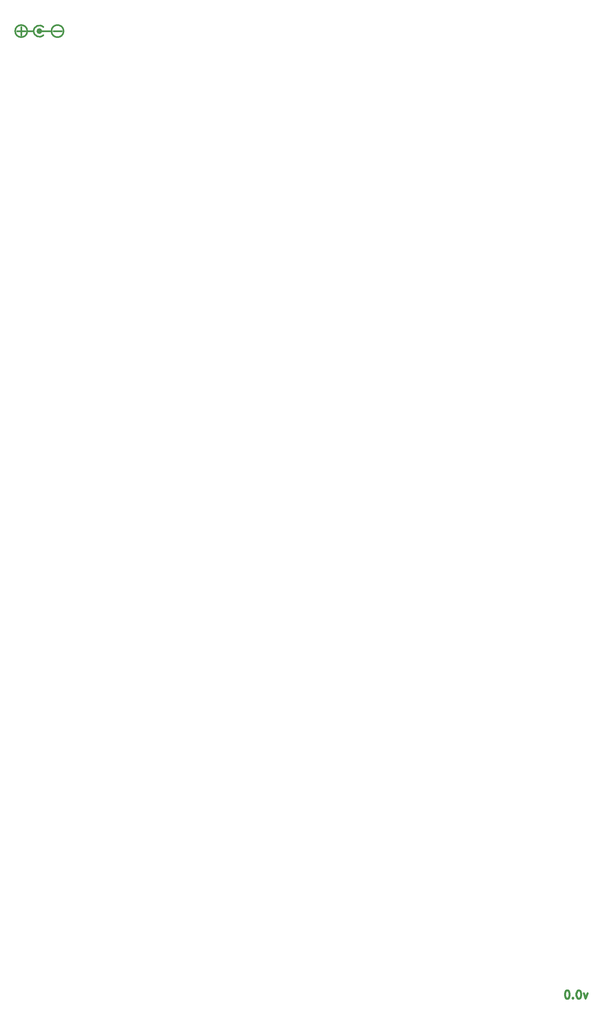
<source format=gbr>
G04 #@! TF.GenerationSoftware,KiCad,Pcbnew,(5.1.5)-3*
G04 #@! TF.CreationDate,2020-07-05T11:54:57+02:00*
G04 #@! TF.ProjectId,FetsAndCrosses,46657473-416e-4644-9372-6f737365732e,rev?*
G04 #@! TF.SameCoordinates,Original*
G04 #@! TF.FileFunction,Legend,Bot*
G04 #@! TF.FilePolarity,Positive*
%FSLAX46Y46*%
G04 Gerber Fmt 4.6, Leading zero omitted, Abs format (unit mm)*
G04 Created by KiCad (PCBNEW (5.1.5)-3) date 2020-07-05 11:54:57*
%MOMM*%
%LPD*%
G04 APERTURE LIST*
%ADD10C,0.500000*%
%ADD11C,0.400000*%
%ADD12C,0.120000*%
%ADD13C,0.100000*%
G04 APERTURE END LIST*
D10*
X160718142Y-260556428D02*
X160241952Y-261889761D01*
X159765761Y-260556428D01*
X158622904Y-259889761D02*
X158432428Y-259889761D01*
X158241952Y-259985000D01*
X158146714Y-260080238D01*
X158051476Y-260270714D01*
X157956238Y-260651666D01*
X157956238Y-261127857D01*
X158051476Y-261508809D01*
X158146714Y-261699285D01*
X158241952Y-261794523D01*
X158432428Y-261889761D01*
X158622904Y-261889761D01*
X158813380Y-261794523D01*
X158908619Y-261699285D01*
X159003857Y-261508809D01*
X159099095Y-261127857D01*
X159099095Y-260651666D01*
X159003857Y-260270714D01*
X158908619Y-260080238D01*
X158813380Y-259985000D01*
X158622904Y-259889761D01*
X157099095Y-261699285D02*
X157003857Y-261794523D01*
X157099095Y-261889761D01*
X157194333Y-261794523D01*
X157099095Y-261699285D01*
X157099095Y-261889761D01*
X155765761Y-259889761D02*
X155575285Y-259889761D01*
X155384809Y-259985000D01*
X155289571Y-260080238D01*
X155194333Y-260270714D01*
X155099095Y-260651666D01*
X155099095Y-261127857D01*
X155194333Y-261508809D01*
X155289571Y-261699285D01*
X155384809Y-261794523D01*
X155575285Y-261889761D01*
X155765761Y-261889761D01*
X155956238Y-261794523D01*
X156051476Y-261699285D01*
X156146714Y-261508809D01*
X156241952Y-261127857D01*
X156241952Y-260651666D01*
X156146714Y-260270714D01*
X156051476Y-260080238D01*
X155956238Y-259985000D01*
X155765761Y-259889761D01*
D11*
X25265000Y-22225000D02*
G75*
G03X25265000Y-22225000I-500000J0D01*
G01*
X25764999Y-21225001D02*
G75*
G03X25764999Y-23224999I-999999J-999999D01*
G01*
X30765000Y-22225000D02*
G75*
G03X30765000Y-22225000I-1500000J0D01*
G01*
X21765000Y-22225000D02*
G75*
G03X21765000Y-22225000I-1500000J0D01*
G01*
X21765000Y-22225000D02*
X23265000Y-22225000D01*
X25265000Y-22225000D02*
X27765000Y-22225000D01*
X19265000Y-22225000D02*
X21265000Y-22225000D01*
D12*
X21265000Y-22225000D02*
X20265000Y-22225000D01*
X20265000Y-22225000D02*
X20265000Y-23225000D01*
D11*
X20265000Y-23225000D02*
X20265000Y-21225000D01*
X28265000Y-22225000D02*
X30265000Y-22225000D01*
D13*
G36*
X25265000Y-22225000D02*
G01*
X24765000Y-21725000D01*
X24265000Y-22225000D01*
X24765000Y-22725000D01*
X25265000Y-22225000D01*
G37*
X25265000Y-22225000D02*
X24765000Y-21725000D01*
X24265000Y-22225000D01*
X24765000Y-22725000D01*
X25265000Y-22225000D01*
M02*

</source>
